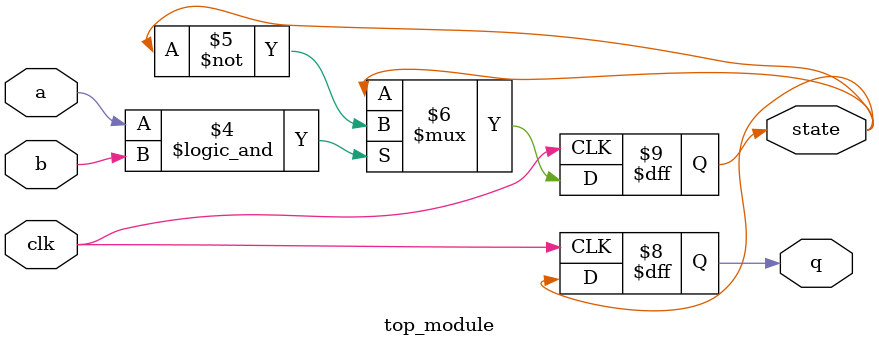
<source format=sv>
module top_module (
    input clk,
    input a,
    input b,
    output reg q,
    output reg state
);

always @(posedge clk) begin
    if (a == 1 && b == 1) begin
        state <= ~state;
    end
    q <= state;
end

endmodule

</source>
